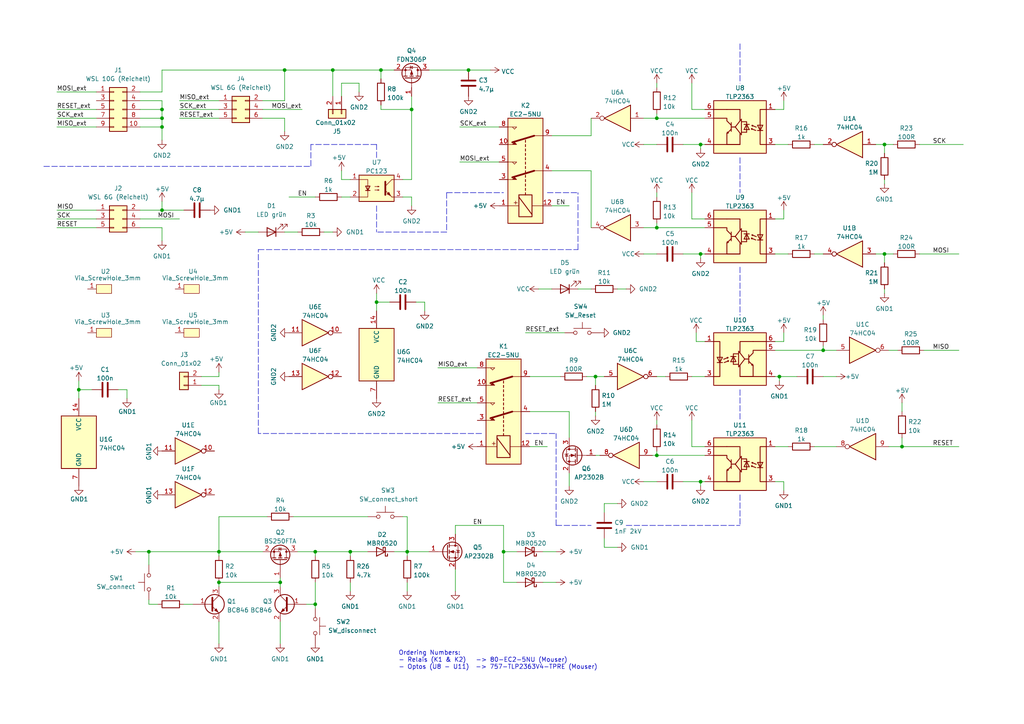
<source format=kicad_sch>
(kicad_sch (version 20211123) (generator eeschema)
  (paper "A4")
  (junction (at 82.55 20.32))
  (junction (at 238.76 101.6))
  (junction (at 146.05 160.02))
  (junction (at 46.99 60.96))
  (junction (at 46.99 36.83))
  (junction (at 190.5 66.04))
  (junction (at 256.54 41.91))
  (junction (at 91.44 175.26))
  (junction (at 81.28 168.91))
  (junction (at 261.62 129.54))
  (junction (at 118.11 160.02))
  (junction (at 203.2 41.91))
  (junction (at 119.38 31.75))
  (junction (at 135.89 20.32))
  (junction (at 190.5 34.29))
  (junction (at 91.44 160.02))
  (junction (at 96.52 20.32))
  (junction (at 43.18 160.02))
  (junction (at 109.22 87.63))
  (junction (at 63.5 160.02))
  (junction (at 63.5 168.91))
  (junction (at 256.54 73.66))
  (junction (at 22.86 113.03))
  (junction (at 110.49 20.32))
  (junction (at 46.99 34.29))
  (junction (at 46.99 31.75))
  (junction (at 101.6 160.02))
  (junction (at 203.2 73.66))
  (junction (at 226.06 109.22))
  (junction (at 172.72 109.22))
  (junction (at 190.5 132.08))
  (junction (at 203.2 139.7))
  (polyline (pts (xy 152.4 125.73) (xy 161.29 125.73)))
  (wire (pts (xy 116.84 149.86) (xy 118.11 149.86)))
  (wire (pts (xy 261.62 129.54) (xy 257.81 129.54)))
  (wire (pts (xy 172.72 109.22) (xy 172.72 111.76)))
  (wire (pts (xy 110.49 20.32) (xy 110.49 22.86)))
  (wire (pts (xy 40.64 60.96) (xy 46.99 60.96)))
  (wire (pts (xy 256.54 73.66) (xy 256.54 76.2)))
  (wire (pts (xy 146.05 168.91) (xy 149.86 168.91)))
  (wire (pts (xy 110.49 30.48) (xy 110.49 31.75)))
  (polyline (pts (xy 214.63 143.51) (xy 214.63 152.4)))
  (wire (pts (xy 224.79 31.75) (xy 227.33 31.75)))
  (wire (pts (xy 16.51 31.75) (xy 27.94 31.75)))
  (wire (pts (xy 93.98 67.31) (xy 96.52 67.31)))
  (wire (pts (xy 91.44 168.91) (xy 91.44 175.26)))
  (wire (pts (xy 116.84 57.15) (xy 119.38 57.15)))
  (wire (pts (xy 190.5 64.77) (xy 190.5 66.04)))
  (wire (pts (xy 238.76 100.33) (xy 238.76 101.6)))
  (wire (pts (xy 109.22 87.63) (xy 113.03 87.63)))
  (wire (pts (xy 85.09 149.86) (xy 106.68 149.86)))
  (wire (pts (xy 227.33 139.7) (xy 227.33 142.24)))
  (wire (pts (xy 203.2 73.66) (xy 203.2 74.93)))
  (wire (pts (xy 114.3 20.32) (xy 110.49 20.32)))
  (wire (pts (xy 226.06 109.22) (xy 226.06 110.49)))
  (wire (pts (xy 186.69 41.91) (xy 190.5 41.91)))
  (wire (pts (xy 16.51 60.96) (xy 27.94 60.96)))
  (wire (pts (xy 63.5 109.22) (xy 63.5 107.95)))
  (wire (pts (xy 63.5 168.91) (xy 63.5 170.18)))
  (wire (pts (xy 200.66 55.88) (xy 200.66 63.5)))
  (wire (pts (xy 82.55 34.29) (xy 82.55 38.1)))
  (wire (pts (xy 81.28 180.34) (xy 81.28 186.69)))
  (wire (pts (xy 257.81 101.6) (xy 260.35 101.6)))
  (wire (pts (xy 200.66 63.5) (xy 204.47 63.5)))
  (wire (pts (xy 190.5 33.02) (xy 190.5 34.29)))
  (polyline (pts (xy 161.29 152.4) (xy 171.45 152.4)))
  (wire (pts (xy 198.12 73.66) (xy 203.2 73.66)))
  (polyline (pts (xy 214.63 77.47) (xy 214.63 91.44)))
  (wire (pts (xy 124.46 20.32) (xy 135.89 20.32)))
  (wire (pts (xy 86.36 160.02) (xy 91.44 160.02)))
  (wire (pts (xy 179.07 158.75) (xy 175.26 158.75)))
  (wire (pts (xy 146.05 160.02) (xy 146.05 168.91)))
  (wire (pts (xy 190.5 109.22) (xy 193.04 109.22)))
  (wire (pts (xy 104.14 26.67) (xy 104.14 24.13)))
  (wire (pts (xy 118.11 168.91) (xy 118.11 171.45)))
  (polyline (pts (xy 12.7 48.26) (xy 90.17 48.26)))
  (wire (pts (xy 101.6 160.02) (xy 106.68 160.02)))
  (wire (pts (xy 238.76 91.44) (xy 238.76 92.71)))
  (wire (pts (xy 119.38 31.75) (xy 119.38 52.07)))
  (wire (pts (xy 81.28 168.91) (xy 81.28 170.18)))
  (wire (pts (xy 190.5 130.81) (xy 190.5 132.08)))
  (wire (pts (xy 82.55 20.32) (xy 96.52 20.32)))
  (wire (pts (xy 224.79 63.5) (xy 227.33 63.5)))
  (wire (pts (xy 156.21 83.82) (xy 160.02 83.82)))
  (wire (pts (xy 39.37 160.02) (xy 43.18 160.02)))
  (wire (pts (xy 91.44 175.26) (xy 88.9 175.26)))
  (wire (pts (xy 119.38 31.75) (xy 119.38 27.94)))
  (wire (pts (xy 46.99 31.75) (xy 46.99 34.29)))
  (wire (pts (xy 99.06 24.13) (xy 99.06 27.94)))
  (wire (pts (xy 242.57 101.6) (xy 238.76 101.6)))
  (polyline (pts (xy 139.7 125.73) (xy 74.93 125.73)))
  (wire (pts (xy 200.66 24.13) (xy 200.66 31.75)))
  (wire (pts (xy 186.69 66.04) (xy 190.5 66.04)))
  (wire (pts (xy 52.07 31.75) (xy 63.5 31.75)))
  (wire (pts (xy 76.2 31.75) (xy 87.63 31.75)))
  (wire (pts (xy 256.54 73.66) (xy 254 73.66)))
  (wire (pts (xy 228.6 41.91) (xy 224.79 41.91)))
  (wire (pts (xy 227.33 99.06) (xy 227.33 96.52)))
  (polyline (pts (xy 109.22 45.72) (xy 109.22 41.91)))
  (wire (pts (xy 198.12 41.91) (xy 203.2 41.91)))
  (wire (pts (xy 172.72 132.08) (xy 173.99 132.08)))
  (wire (pts (xy 16.51 34.29) (xy 27.94 34.29)))
  (wire (pts (xy 259.08 73.66) (xy 256.54 73.66)))
  (wire (pts (xy 228.6 73.66) (xy 224.79 73.66)))
  (wire (pts (xy 119.38 52.07) (xy 116.84 52.07)))
  (wire (pts (xy 22.86 113.03) (xy 26.67 113.03)))
  (wire (pts (xy 71.12 67.31) (xy 74.93 67.31)))
  (polyline (pts (xy 74.93 125.73) (xy 74.93 72.39)))
  (wire (pts (xy 76.2 29.21) (xy 82.55 29.21)))
  (wire (pts (xy 238.76 73.66) (xy 236.22 73.66)))
  (polyline (pts (xy 214.63 45.72) (xy 214.63 55.88)))
  (wire (pts (xy 261.62 129.54) (xy 278.13 129.54)))
  (wire (pts (xy 160.02 49.53) (xy 171.45 49.53)))
  (wire (pts (xy 133.35 36.83) (xy 144.78 36.83)))
  (polyline (pts (xy 158.75 55.88) (xy 167.64 55.88)))
  (wire (pts (xy 119.38 57.15) (xy 119.38 59.69)))
  (wire (pts (xy 256.54 52.07) (xy 256.54 53.34)))
  (polyline (pts (xy 109.22 59.69) (xy 109.22 67.31)))
  (polyline (pts (xy 129.54 55.88) (xy 146.05 55.88)))
  (wire (pts (xy 170.18 109.22) (xy 172.72 109.22)))
  (wire (pts (xy 224.79 139.7) (xy 227.33 139.7)))
  (wire (pts (xy 267.97 101.6) (xy 278.13 101.6)))
  (wire (pts (xy 118.11 149.86) (xy 118.11 160.02)))
  (wire (pts (xy 109.22 85.09) (xy 109.22 87.63)))
  (wire (pts (xy 16.51 63.5) (xy 27.94 63.5)))
  (wire (pts (xy 40.64 34.29) (xy 46.99 34.29)))
  (polyline (pts (xy 109.22 41.91) (xy 90.17 41.91)))
  (wire (pts (xy 58.42 109.22) (xy 63.5 109.22)))
  (wire (pts (xy 152.4 96.52) (xy 163.83 96.52)))
  (wire (pts (xy 153.67 119.38) (xy 165.1 119.38)))
  (wire (pts (xy 63.5 168.91) (xy 81.28 168.91)))
  (wire (pts (xy 132.08 165.1) (xy 132.08 171.45)))
  (wire (pts (xy 200.66 121.92) (xy 200.66 129.54)))
  (wire (pts (xy 261.62 127) (xy 261.62 129.54)))
  (wire (pts (xy 266.7 73.66) (xy 278.13 73.66)))
  (wire (pts (xy 132.08 152.4) (xy 146.05 152.4)))
  (wire (pts (xy 186.69 73.66) (xy 190.5 73.66)))
  (wire (pts (xy 167.64 83.82) (xy 171.45 83.82)))
  (wire (pts (xy 46.99 34.29) (xy 46.99 36.83)))
  (wire (pts (xy 160.02 59.69) (xy 165.1 59.69)))
  (wire (pts (xy 63.5 149.86) (xy 77.47 149.86)))
  (wire (pts (xy 261.62 116.84) (xy 261.62 119.38)))
  (wire (pts (xy 256.54 41.91) (xy 256.54 44.45)))
  (wire (pts (xy 200.66 129.54) (xy 204.47 129.54)))
  (wire (pts (xy 46.99 60.96) (xy 53.34 60.96)))
  (wire (pts (xy 118.11 160.02) (xy 118.11 161.29)))
  (wire (pts (xy 40.64 36.83) (xy 46.99 36.83)))
  (wire (pts (xy 227.33 63.5) (xy 227.33 60.96)))
  (wire (pts (xy 228.6 129.54) (xy 224.79 129.54)))
  (wire (pts (xy 259.08 41.91) (xy 256.54 41.91)))
  (wire (pts (xy 43.18 175.26) (xy 45.72 175.26)))
  (wire (pts (xy 172.72 119.38) (xy 172.72 120.65)))
  (wire (pts (xy 165.1 119.38) (xy 165.1 127)))
  (wire (pts (xy 227.33 31.75) (xy 227.33 29.21)))
  (wire (pts (xy 190.5 132.08) (xy 204.47 132.08)))
  (wire (pts (xy 157.48 160.02) (xy 161.29 160.02)))
  (wire (pts (xy 82.55 20.32) (xy 82.55 29.21)))
  (wire (pts (xy 40.64 26.67) (xy 46.99 26.67)))
  (wire (pts (xy 201.93 99.06) (xy 204.47 99.06)))
  (wire (pts (xy 256.54 41.91) (xy 254 41.91)))
  (wire (pts (xy 91.44 160.02) (xy 91.44 161.29)))
  (wire (pts (xy 46.99 60.96) (xy 46.99 58.42)))
  (wire (pts (xy 203.2 139.7) (xy 203.2 140.97)))
  (wire (pts (xy 96.52 20.32) (xy 96.52 27.94)))
  (wire (pts (xy 224.79 99.06) (xy 227.33 99.06)))
  (wire (pts (xy 226.06 109.22) (xy 224.79 109.22)))
  (wire (pts (xy 203.2 41.91) (xy 204.47 41.91)))
  (wire (pts (xy 96.52 20.32) (xy 110.49 20.32)))
  (wire (pts (xy 172.72 109.22) (xy 175.26 109.22)))
  (wire (pts (xy 203.2 73.66) (xy 204.47 73.66)))
  (wire (pts (xy 91.44 160.02) (xy 101.6 160.02)))
  (wire (pts (xy 189.23 132.08) (xy 190.5 132.08)))
  (wire (pts (xy 52.07 34.29) (xy 63.5 34.29)))
  (wire (pts (xy 40.64 63.5) (xy 52.07 63.5)))
  (wire (pts (xy 190.5 34.29) (xy 204.47 34.29)))
  (wire (pts (xy 238.76 101.6) (xy 224.79 101.6)))
  (wire (pts (xy 190.5 121.92) (xy 190.5 123.19)))
  (wire (pts (xy 82.55 20.32) (xy 46.99 20.32)))
  (wire (pts (xy 34.29 113.03) (xy 36.83 113.03)))
  (polyline (pts (xy 214.63 12.7) (xy 214.63 24.13)))
  (wire (pts (xy 146.05 160.02) (xy 149.86 160.02)))
  (wire (pts (xy 104.14 24.13) (xy 99.06 24.13)))
  (wire (pts (xy 99.06 52.07) (xy 99.06 49.53)))
  (wire (pts (xy 114.3 160.02) (xy 118.11 160.02)))
  (wire (pts (xy 91.44 176.53) (xy 91.44 175.26)))
  (wire (pts (xy 43.18 160.02) (xy 43.18 163.83)))
  (wire (pts (xy 190.5 55.88) (xy 190.5 57.15)))
  (wire (pts (xy 171.45 66.04) (xy 171.45 49.53)))
  (wire (pts (xy 153.67 129.54) (xy 158.75 129.54)))
  (wire (pts (xy 63.5 180.34) (xy 63.5 186.69)))
  (wire (pts (xy 236.22 129.54) (xy 242.57 129.54)))
  (wire (pts (xy 46.99 66.04) (xy 46.99 69.85)))
  (wire (pts (xy 175.26 146.05) (xy 175.26 148.59)))
  (wire (pts (xy 22.86 113.03) (xy 22.86 115.57)))
  (wire (pts (xy 266.7 41.91) (xy 279.4 41.91)))
  (wire (pts (xy 198.12 139.7) (xy 203.2 139.7)))
  (polyline (pts (xy 167.64 72.39) (xy 167.64 55.88)))
  (wire (pts (xy 146.05 152.4) (xy 146.05 160.02)))
  (polyline (pts (xy 129.54 67.31) (xy 109.22 67.31)))
  (wire (pts (xy 135.89 20.32) (xy 142.24 20.32)))
  (wire (pts (xy 46.99 29.21) (xy 46.99 31.75)))
  (wire (pts (xy 82.55 67.31) (xy 86.36 67.31)))
  (polyline (pts (xy 214.63 113.03) (xy 214.63 121.92)))
  (wire (pts (xy 186.69 34.29) (xy 190.5 34.29)))
  (wire (pts (xy 109.22 87.63) (xy 109.22 90.17)))
  (wire (pts (xy 242.57 109.22) (xy 238.76 109.22)))
  (wire (pts (xy 118.11 160.02) (xy 124.46 160.02)))
  (wire (pts (xy 40.64 31.75) (xy 46.99 31.75)))
  (polyline (pts (xy 90.17 41.91) (xy 90.17 48.26)))
  (wire (pts (xy 190.5 66.04) (xy 204.47 66.04)))
  (wire (pts (xy 203.2 139.7) (xy 204.47 139.7)))
  (wire (pts (xy 99.06 57.15) (xy 101.6 57.15)))
  (wire (pts (xy 101.6 168.91) (xy 101.6 171.45)))
  (wire (pts (xy 186.69 139.7) (xy 190.5 139.7)))
  (wire (pts (xy 16.51 66.04) (xy 27.94 66.04)))
  (wire (pts (xy 63.5 160.02) (xy 63.5 149.86)))
  (wire (pts (xy 123.19 87.63) (xy 123.19 90.17)))
  (wire (pts (xy 22.86 110.49) (xy 22.86 113.03)))
  (wire (pts (xy 201.93 96.52) (xy 201.93 99.06)))
  (wire (pts (xy 58.42 111.76) (xy 63.5 111.76)))
  (wire (pts (xy 179.07 83.82) (xy 181.61 83.82)))
  (polyline (pts (xy 74.93 72.39) (xy 167.64 72.39)))
  (polyline (pts (xy 161.29 152.4) (xy 161.29 125.73)))
  (wire (pts (xy 127 106.68) (xy 138.43 106.68)))
  (wire (pts (xy 43.18 160.02) (xy 63.5 160.02)))
  (wire (pts (xy 110.49 31.75) (xy 119.38 31.75)))
  (polyline (pts (xy 181.61 152.4) (xy 214.63 152.4)))
  (wire (pts (xy 53.34 175.26) (xy 55.88 175.26)))
  (wire (pts (xy 200.66 31.75) (xy 204.47 31.75)))
  (wire (pts (xy 40.64 66.04) (xy 46.99 66.04)))
  (wire (pts (xy 52.07 29.21) (xy 63.5 29.21)))
  (wire (pts (xy 200.66 109.22) (xy 204.47 109.22)))
  (wire (pts (xy 165.1 137.16) (xy 165.1 140.97)))
  (wire (pts (xy 203.2 41.91) (xy 203.2 43.18)))
  (wire (pts (xy 46.99 20.32) (xy 46.99 26.67)))
  (wire (pts (xy 127 116.84) (xy 138.43 116.84)))
  (wire (pts (xy 63.5 161.29) (xy 63.5 160.02)))
  (wire (pts (xy 133.35 46.99) (xy 144.78 46.99)))
  (wire (pts (xy 153.67 109.22) (xy 162.56 109.22)))
  (wire (pts (xy 76.2 34.29) (xy 82.55 34.29)))
  (wire (pts (xy 175.26 158.75) (xy 175.26 156.21)))
  (wire (pts (xy 16.51 36.83) (xy 27.94 36.83)))
  (wire (pts (xy 101.6 160.02) (xy 101.6 161.29)))
  (wire (pts (xy 256.54 83.82) (xy 256.54 85.09)))
  (wire (pts (xy 190.5 24.13) (xy 190.5 25.4)))
  (wire (pts (xy 160.02 39.37) (xy 171.45 39.37)))
  (wire (pts (xy 238.76 41.91) (xy 236.22 41.91)))
  (wire (pts (xy 36.83 113.03) (xy 36.83 115.57)))
  (wire (pts (xy 179.07 146.05) (xy 175.26 146.05)))
  (wire (pts (xy 132.08 152.4) (xy 132.08 154.94)))
  (wire (pts (xy 63.5 111.76) (xy 63.5 113.03)))
  (wire (pts (xy 231.14 109.22) (xy 226.06 109.22)))
  (wire (pts (xy 171.45 34.29) (xy 171.45 39.37)))
  (wire (pts (xy 46.99 36.83) (xy 46.99 40.64)))
  (wire (pts (xy 81.28 167.64) (xy 81.28 168.91)))
  (polyline (pts (xy 129.54 55.88) (xy 129.54 67.31)))
  (wire (pts (xy 16.51 26.67) (xy 27.94 26.67)))
  (wire (pts (xy 101.6 52.07) (xy 99.06 52.07)))
  (wire (pts (xy 120.65 87.63) (xy 123.19 87.63)))
  (wire (pts (xy 63.5 160.02) (xy 76.2 160.02)))
  (wire (pts (xy 43.18 173.99) (xy 43.18 175.26)))
  (wire (pts (xy 157.48 168.91) (xy 161.29 168.91)))
  (wire (pts (xy 83.82 57.15) (xy 91.44 57.15)))
  (wire (pts (xy 40.64 29.21) (xy 46.99 29.21)))
  (text "Ordering Numbers:\n- Relais (K1 & K2)   -> 80-EC2-5NU (Mouser)\n- Optos (U8 - U11)  -> 757-TLP2363V4-TPRE (Mouser)" (at 115.57 194.31 0) (effects (font (size 1.27 1.27)) (justify left bottom)))
  (label "MISO" (at 16.51 60.96 0))
  (label "MISO_ext" (at 127 106.68 0))
  (label "EN" (at 137.16 152.4 0))
  (label "MOSI" (at 270.51 73.66 0))
  (label "MOSI_ext" (at 78.74 31.75 0))
  (label "EN" (at 86.36 57.15 0))
  (label "SCK_ext" (at 133.35 36.83 0))
  (label "SCK_ext" (at 16.51 34.29 0))
  (label "SCK" (at 16.51 63.5 0))
  (label "MISO_ext" (at 52.07 29.21 0))
  (label "EN" (at 161.29 59.69 0))
  (label "SCK_ext" (at 52.07 31.75 0))
  (label "RESET" (at 270.51 129.54 0))
  (label "RESET_ext" (at 16.51 31.75 0))
  (label "RESET_ext" (at 127 116.84 0))
  (label "RESET_ext" (at 52.07 34.29 0))
  (label "MOSI_ext" (at 133.35 46.99 0))
  (label "SCK" (at 270.51 41.91 0))
  (label "MOSI_ext" (at 16.51 26.67 0))
  (label "MOSI" (at 45.72 63.5 0))
  (label "EN" (at 154.94 129.54 0))
  (label "RESET_ext" (at 152.4 96.52 0))
  (label "MISO" (at 270.51 101.6 0))
  (label "RESET" (at 16.51 66.04 0))
  (label "MISO_ext" (at 16.51 36.83 0))
  (symbol (lib_id "74xx:74HC04") (at 179.07 66.04 180) (unit 2)
    (property "Reference" "U6" (at 179.07 58.5302 0))
    (property "Value" "74HC04" (at 179.07 61.0671 0))
    (property "Footprint" "Package_SO:SO-14_3.9x8.65mm_P1.27mm" (effects hide))
    (property "Datasheet" "https://assets.nexperia.com/documents/data-sheet/74HC_HCT04.pdf" (effects hide))
  )
  (symbol (lib_id "74xx:74HC04") (at 181.61 132.08 180) (unit 4)
    (property "Reference" "U6" (at 181.61 124.5702 0))
    (property "Value" "74HC04" (at 181.61 127.1071 0))
    (property "Footprint" "Package_SO:SO-14_3.9x8.65mm_P1.27mm" (effects hide))
    (property "Datasheet" "https://assets.nexperia.com/documents/data-sheet/74HC_HCT04.pdf" (effects hide))
  )
  (symbol (lib_id "power:GND1") (at 46.99 69.85 0) (unit 1)
    (property "Reference" "#PWR07" (effects hide))
    (property "Value" "GND1" (at 46.99 74.2934 0))
  )
  (symbol (lib_id "power:GND1") (at 46.99 130.81 270) (unit 1)
    (property "Reference" "#PWR08" (effects hide))
    (property "Value" "GND1" (at 43.18 128.27 0) (effects (justify left)))
  )
  (symbol (lib_id "power:GND2") (at 203.2 43.18 0) (unit 1)
    (property "Reference" "#PWR049" (effects hide))
    (property "Value" "GND2" (at 203.2 47.6234 0))
  )
  (symbol (lib_id "power:GND2") (at 173.99 96.52 90) (unit 1)
    (property "Reference" "#PWR037" (effects hide))
    (property "Value" "GND2" (at 180.34 96.52 90))
  )
  (symbol (lib_id "power:GND1") (at 256.54 53.34 0) (unit 1)
    (property "Reference" "#PWR059" (effects hide))
    (property "Value" "GND1" (at 256.54 57.7834 0))
  )
  (symbol (lib_id "74xx:74HC04") (at 54.61 143.51 0) (unit 6)
    (property "Reference" "U1" (at 54.61 136.0002 0))
    (property "Value" "74HC04" (at 54.61 138.5371 0))
    (property "Footprint" "Package_SO:SO-14_3.9x8.65mm_P1.27mm" (effects hide))
    (property "Datasheet" "https://assets.nexperia.com/documents/data-sheet/74HC_HCT04.pdf" (effects hide))
  )
  (symbol (lib_id "_symbols:Via_ScrewHole_3mm") (at 30.48 83.82 0) (unit 1)
    (property "Reference" "U2" (at 29.21 78.74 0) (effects (justify left)))
    (property "Value" "Via_ScrewHole_3mm" (at 21.59 80.645 0) (effects (justify left)))
    (property "Footprint" "_footprints:Via_ScrewHole_3mm" (effects hide))
  )
  (symbol (lib_id "74xx:74HC04") (at 179.07 34.29 180) (unit 1)
    (property "Reference" "U6" (at 179.07 26.7802 0))
    (property "Value" "74HC04" (at 179.07 29.3171 0))
    (property "Footprint" "Package_SO:SO-14_3.9x8.65mm_P1.27mm" (effects hide))
    (property "Datasheet" "https://assets.nexperia.com/documents/data-sheet/74HC_HCT04.pdf" (effects hide))
  )
  (symbol (lib_id "Device:C") (at 57.15 60.96 90) (unit 1)
    (property "Reference" "C8" (at 57.15 55.1012 90))
    (property "Value" "4.7µ" (at 57.15 57.6381 90))
    (property "Footprint" "Capacitor_SMD:C_1210_3225Metric_Pad1.33x2.70mm_HandSolder" (effects hide))
  )
  (symbol (lib_id "74xx:74HC04") (at 22.86 128.27 0) (unit 7)
    (property "Reference" "U1" (at 28.702 127.4353 0) (effects (justify left)))
    (property "Value" "74HC04" (at 28.702 129.9722 0) (effects (justify left)))
    (property "Footprint" "Package_SO:SO-14_3.9x8.65mm_P1.27mm" (effects hide))
    (property "Datasheet" "https://assets.nexperia.com/documents/data-sheet/74HC_HCT04.pdf" (effects hide))
  )
  (symbol (lib_id "power:GND2") (at 104.14 26.67 0) (unit 1)
    (property "Reference" "#PWR021" (effects hide))
    (property "Value" "GND2" (at 104.14 31.1134 0))
  )
  (symbol (lib_id "Switch:SW_Push") (at 43.18 168.91 90) (mirror x) (unit 1)
    (property "Reference" "SW1" (at 31.75 167.64 90) (effects (justify right)))
    (property "Value" "SW_connect" (at 27.94 170.18 90) (effects (justify right)))
    (property "Footprint" "Button_Switch_SMD:SW_Push_1P1T_NO_6x6mm_H9.5mm" (effects hide))
  )
  (symbol (lib_id "Device:R") (at 264.16 101.6 270) (unit 1)
    (property "Reference" "R25" (at 264.16 96.8842 90))
    (property "Value" "100R" (at 264.16 99.4211 90))
    (property "Footprint" "Resistor_SMD:R_0805_2012Metric_Pad1.20x1.40mm_HandSolder" (effects hide))
  )
  (symbol (lib_name "TLP2363_1") (lib_id "_symbols:TLP2363") (at 214.63 104.14 0) (unit 1)
    (property "Reference" "U10" (at 214.63 92.8202 0))
    (property "Value" "TLP2363" (at 214.63 95.3571 0))
    (property "Footprint" "Package_SO:SO-5_4.4x3.6mm_P1.27mm" (effects hide))
  )
  (symbol (lib_id "power:VCC") (at 201.93 96.52 0) (unit 1)
    (property "Reference" "#PWR048" (effects hide))
    (property "Value" "VCC" (at 201.93 92.9442 0))
  )
  (symbol (lib_id "power:+5V") (at 138.43 129.54 90) (unit 1)
    (property "Reference" "#PWR029" (effects hide))
    (property "Value" "+5V" (at 130.81 129.54 90) (effects (justify right)))
  )
  (symbol (lib_id "power:GND1") (at 132.08 171.45 0) (unit 1)
    (property "Reference" "#PWR026" (effects hide))
    (property "Value" "GND1" (at 132.08 175.8934 0))
  )
  (symbol (lib_id "power:GND2") (at 203.2 140.97 0) (unit 1)
    (property "Reference" "#PWR051" (effects hide))
    (property "Value" "GND2" (at 203.2 145.4134 0))
  )
  (symbol (lib_id "Device:Q_PMOS_GSD") (at 119.38 22.86 270) (mirror x) (unit 1)
    (property "Reference" "Q4" (at 119.38 14.7152 90))
    (property "Value" "FDN306P" (at 119.38 17.2521 90))
    (property "Footprint" "Package_TO_SOT_SMD:SOT-23" (effects hide))
  )
  (symbol (lib_id "power:VCC") (at 186.69 139.7 90) (unit 1)
    (property "Reference" "#PWR041" (effects hide))
    (property "Value" "VCC" (at 180.34 139.7 90) (effects (justify right)))
  )
  (symbol (lib_id "power:+5V") (at 242.57 109.22 270) (unit 1)
    (property "Reference" "#PWR0102" (effects hide))
    (property "Value" "+5V" (at 245.11 109.22 90) (effects (justify left)))
  )
  (symbol (lib_name "TLP2363_2") (lib_id "_symbols:TLP2363") (at 214.63 134.62 0) (mirror y) (unit 1)
    (property "Reference" "U11" (at 214.63 123.3002 0))
    (property "Value" "TLP2363" (at 214.63 125.8371 0))
    (property "Footprint" "Package_SO:SO-5_4.4x3.6mm_P1.27mm" (effects hide))
  )
  (symbol (lib_id "Device:R") (at 190.5 29.21 180) (unit 1)
    (property "Reference" "R12" (at 192.278 28.3753 0) (effects (justify right)))
    (property "Value" "10k" (at 192.278 30.9122 0) (effects (justify right)))
    (property "Footprint" "Resistor_SMD:R_0805_2012Metric_Pad1.20x1.40mm_HandSolder" (effects hide))
  )
  (symbol (lib_id "Device:R") (at 172.72 115.57 180) (unit 1)
    (property "Reference" "R10" (at 174.498 114.7353 0) (effects (justify right)))
    (property "Value" "1M" (at 174.498 117.2722 0) (effects (justify right)))
    (property "Footprint" "Resistor_SMD:R_0805_2012Metric_Pad1.20x1.40mm_HandSolder" (effects hide))
  )
  (symbol (lib_id "Device:R") (at 49.53 175.26 270) (unit 1)
    (property "Reference" "R1" (at 49.53 170.5442 90))
    (property "Value" "10k" (at 49.53 173.0811 90))
    (property "Footprint" "Resistor_SMD:R_0805_2012Metric_Pad1.20x1.40mm_HandSolder" (effects hide))
  )
  (symbol (lib_id "Switch:SW_Push") (at 111.76 149.86 0) (mirror y) (unit 1)
    (property "Reference" "SW3" (at 110.49 142.24 0) (effects (justify right)))
    (property "Value" "SW_connect_short" (at 104.14 144.78 0) (effects (justify right)))
    (property "Footprint" "Button_Switch_SMD:SW_Push_1P1T_NO_6x6mm_H9.5mm" (effects hide))
  )
  (symbol (lib_id "Connector_Generic:Conn_02x03_Odd_Even") (at 68.58 31.75 0) (unit 1)
    (property "Reference" "J4" (at 69.85 22.86 0))
    (property "Value" "WSL 6G (Reichelt)" (at 69.85 25.4 0))
    (property "Footprint" "Connector_IDC:IDC-Header_2x03_P2.54mm_Vertical" (effects hide))
  )
  (symbol (lib_id "power:GND2") (at 109.22 115.57 0) (unit 1)
    (property "Reference" "#PWR024" (effects hide))
    (property "Value" "GND2" (at 109.22 120.0134 0))
  )
  (symbol (lib_id "power:+5V") (at 261.62 116.84 0) (unit 1)
    (property "Reference" "#PWR061" (effects hide))
    (property "Value" "+5V" (at 261.62 113.2642 0))
  )
  (symbol (lib_id "power:+5V") (at 227.33 29.21 0) (unit 1)
    (property "Reference" "#PWR053" (effects hide))
    (property "Value" "+5V" (at 227.33 25.6342 0))
  )
  (symbol (lib_id "74xx:74HC04") (at 91.44 109.22 0) (unit 6)
    (property "Reference" "U6" (at 91.44 101.7102 0))
    (property "Value" "74HC04" (at 91.44 104.2471 0))
    (property "Footprint" "Package_SO:SO-14_3.9x8.65mm_P1.27mm" (effects hide))
    (property "Datasheet" "https://assets.nexperia.com/documents/data-sheet/74HC_HCT04.pdf" (effects hide))
  )
  (symbol (lib_id "power:GND1") (at 179.07 158.75 90) (unit 1)
    (property "Reference" "#PWR062" (effects hide))
    (property "Value" "GND1" (at 182.88 158.75 90) (effects (justify right)))
  )
  (symbol (lib_id "power:GND1") (at 22.86 140.97 0) (unit 1)
    (property "Reference" "#PWR02" (effects hide))
    (property "Value" "GND1" (at 20.32 144.78 0) (effects (justify left)))
  )
  (symbol (lib_id "power:GND1") (at 91.44 186.69 0) (unit 1)
    (property "Reference" "#PWR019" (effects hide))
    (property "Value" "GND1" (at 91.44 191.1334 0))
  )
  (symbol (lib_id "_symbols:Via_ScrewHole_3mm") (at 55.88 96.52 0) (unit 1)
    (property "Reference" "U5" (at 54.61 91.44 0) (effects (justify left)))
    (property "Value" "Via_ScrewHole_3mm" (at 46.99 93.345 0) (effects (justify left)))
    (property "Footprint" "_footprints:Via_ScrewHole_3mm" (effects hide))
  )
  (symbol (lib_id "74xx:74HC04") (at 250.19 129.54 180) (unit 4)
    (property "Reference" "U1" (at 250.19 122.0302 0))
    (property "Value" "74HC04" (at 250.19 124.5671 0))
    (property "Footprint" "Package_SO:SO-14_3.9x8.65mm_P1.27mm" (effects hide))
    (property "Datasheet" "https://assets.nexperia.com/documents/data-sheet/74HC_HCT04.pdf" (effects hide))
  )
  (symbol (lib_id "power:VCC") (at 142.24 20.32 270) (unit 1)
    (property "Reference" "#PWR030" (effects hide))
    (property "Value" "VCC" (at 145.415 20.7538 90) (effects (justify left)))
  )
  (symbol (lib_id "power:+5V") (at 22.86 110.49 0) (unit 1)
    (property "Reference" "#PWR01" (effects hide))
    (property "Value" "+5V" (at 24.13 106.68 0) (effects (justify right)))
  )
  (symbol (lib_id "Connector_Generic:Conn_02x03_Odd_Even") (at 33.02 63.5 0) (unit 1)
    (property "Reference" "J2" (at 34.29 54.61 0))
    (property "Value" "WSL 6G (Reichelt)" (at 34.29 57.15 0))
    (property "Footprint" "Connector_IDC:IDC-Header_2x03_P2.54mm_Vertical" (effects hide))
  )
  (symbol (lib_id "Device:R") (at 63.5 165.1 180) (unit 1)
    (property "Reference" "R2" (at 65.278 164.2653 0) (effects (justify right)))
    (property "Value" "10k" (at 65.278 166.8022 0) (effects (justify right)))
    (property "Footprint" "Resistor_SMD:R_0805_2012Metric_Pad1.20x1.40mm_HandSolder" (effects hide))
  )
  (symbol (lib_id "Device:R") (at 175.26 83.82 270) (unit 1)
    (property "Reference" "R11" (at 175.26 79.1042 90))
    (property "Value" "10k" (at 175.26 81.6411 90))
    (property "Footprint" "Resistor_SMD:R_0805_2012Metric_Pad1.20x1.40mm_HandSolder" (effects hide))
  )
  (symbol (lib_id "power:+5V") (at 144.78 59.69 90) (unit 1)
    (property "Reference" "#PWR031" (effects hide))
    (property "Value" "+5V" (at 137.16 59.69 90) (effects (justify right)))
  )
  (symbol (lib_id "74xx:74HC04") (at 91.44 96.52 0) (unit 5)
    (property "Reference" "U6" (at 91.44 89.0102 0))
    (property "Value" "74HC04" (at 91.44 91.5471 0))
    (property "Footprint" "Package_SO:SO-14_3.9x8.65mm_P1.27mm" (effects hide))
    (property "Datasheet" "https://assets.nexperia.com/documents/data-sheet/74HC_HCT04.pdf" (effects hide))
  )
  (symbol (lib_id "Device:R") (at 232.41 129.54 90) (mirror x) (unit 1)
    (property "Reference" "R18" (at 232.41 124.8242 90))
    (property "Value" "1k" (at 232.41 127.3611 90))
    (property "Footprint" "Resistor_SMD:R_0805_2012Metric_Pad1.20x1.40mm_HandSolder" (effects hide))
  )
  (symbol (lib_id "Transistor_BJT:BC846") (at 83.82 175.26 0) (mirror y) (unit 1)
    (property "Reference" "Q3" (at 78.9686 174.4253 0) (effects (justify left)))
    (property "Value" "BC846" (at 78.9686 176.9622 0) (effects (justify left)))
    (property "Footprint" "Package_TO_SOT_SMD:SOT-23" (effects hide))
    (property "Datasheet" "https://assets.nexperia.com/documents/data-sheet/BC846_SER.pdf" (effects hide))
  )
  (symbol (lib_id "Device:R") (at 90.17 67.31 270) (unit 1)
    (property "Reference" "R3" (at 90.17 62.5942 90))
    (property "Value" "10k" (at 90.17 65.1311 90))
    (property "Footprint" "Resistor_SMD:R_0805_2012Metric_Pad1.20x1.40mm_HandSolder" (effects hide))
  )
  (symbol (lib_id "Device:R") (at 262.89 41.91 90) (mirror x) (unit 1)
    (property "Reference" "R23" (at 262.89 37.1942 90))
    (property "Value" "100R" (at 262.89 39.7311 90))
    (property "Footprint" "Resistor_SMD:R_0805_2012Metric_Pad1.20x1.40mm_HandSolder" (effects hide))
  )
  (symbol (lib_id "Switch:SW_Push") (at 168.91 96.52 0) (mirror y) (unit 1)
    (property "Reference" "SW4" (at 166.37 88.9 0) (effects (justify right)))
    (property "Value" "SW_Reset" (at 163.83 91.44 0) (effects (justify right)))
    (property "Footprint" "Button_Switch_SMD:SW_Push_1P1T_NO_6x6mm_H9.5mm" (effects hide))
  )
  (symbol (lib_id "power:VCC") (at 109.22 85.09 0) (unit 1)
    (property "Reference" "#PWR023" (effects hide))
    (property "Value" "VCC" (at 107.95 81.28 0) (effects (justify left)))
  )
  (symbol (lib_id "Device:R") (at 256.54 48.26 0) (mirror x) (unit 1)
    (property "Reference" "R20" (at 254.762 47.4253 0) (effects (justify right)))
    (property "Value" "1M" (at 254.762 49.9622 0) (effects (justify right)))
    (property "Footprint" "Resistor_SMD:R_0805_2012Metric_Pad1.20x1.40mm_HandSolder" (effects hide))
  )
  (symbol (lib_id "power:+5V") (at 71.12 67.31 90) (unit 1)
    (property "Reference" "#PWR010" (effects hide))
    (property "Value" "+5V" (at 63.5 67.31 90) (effects (justify right)))
  )
  (symbol (lib_id "power:GND2") (at 123.19 90.17 0) (unit 1)
    (property "Reference" "#PWR027" (effects hide))
    (property "Value" "GND2" (at 123.19 94.6134 0))
  )
  (symbol (lib_id "Device:LED") (at 78.74 67.31 180) (unit 1)
    (property "Reference" "D1" (at 78.74 59.69 0))
    (property "Value" "LED grün" (at 78.74 62.23 0))
    (property "Footprint" "LED_SMD:LED_PLCC-2_3.4x3.0mm_AK" (effects hide))
  )
  (symbol (lib_id "Device:R") (at 232.41 41.91 90) (mirror x) (unit 1)
    (property "Reference" "R16" (at 232.41 37.1942 90))
    (property "Value" "1k" (at 232.41 39.7311 90))
    (property "Footprint" "Resistor_SMD:R_0805_2012Metric_Pad1.20x1.40mm_HandSolder" (effects hide))
  )
  (symbol (lib_id "_symbols:Via_ScrewHole_3mm") (at 55.88 83.82 0) (unit 1)
    (property "Reference" "U4" (at 54.61 78.74 0) (effects (justify left)))
    (property "Value" "Via_ScrewHole_3mm" (at 46.99 80.645 0) (effects (justify left)))
    (property "Footprint" "_footprints:Via_ScrewHole_3mm" (effects hide))
  )
  (symbol (lib_id "Device:R") (at 166.37 109.22 270) (unit 1)
    (property "Reference" "R9" (at 166.37 104.5042 90))
    (property "Value" "100R" (at 166.37 107.0411 90))
    (property "Footprint" "Resistor_SMD:R_0805_2012Metric_Pad1.20x1.40mm_HandSolder" (effects hide))
  )
  (symbol (lib_id "Diode:MBR0520") (at 153.67 168.91 180) (unit 1)
    (property "Reference" "D4" (at 153.9875 163.9402 0))
    (property "Value" "MBR0520" (at 153.9875 166.4771 0))
    (property "Footprint" "Diode_SMD:D_SOD-123" (effects hide))
    (property "Datasheet" "http://www.mccsemi.com/up_pdf/MBR0520~MBR0580(SOD123).pdf" (effects hide))
  )
  (symbol (lib_id "power:GND1") (at 226.06 110.49 0) (unit 1)
    (property "Reference" "#PWR052" (effects hide))
    (property "Value" "GND1" (at 226.06 114.9334 0))
  )
  (symbol (lib_id "Device:Q_NMOS_GSD") (at 129.54 160.02 0) (unit 1)
    (property "Reference" "Q5" (at 137.16 158.75 0) (effects (justify left)))
    (property "Value" "AP2302B" (at 134.62 161.29 0) (effects (justify left)))
    (property "Footprint" "Package_TO_SOT_SMD:SOT-23" (effects hide))
  )
  (symbol (lib_id "power:GND2") (at 119.38 59.69 0) (unit 1)
    (property "Reference" "#PWR025" (effects hide))
    (property "Value" "GND2" (at 119.38 64.1334 0))
  )
  (symbol (lib_id "Switch:SW_Push") (at 91.44 181.61 270) (unit 1)
    (property "Reference" "SW2" (at 101.6 180.34 90) (effects (justify right)))
    (property "Value" "SW_disconnect" (at 109.22 182.88 90) (effects (justify right)))
    (property "Footprint" "Button_Switch_SMD:SW_Push_1P1T_NO_6x6mm_H9.5mm" (effects hide))
  )
  (symbol (lib_id "power:+5V") (at 63.5 107.95 0) (unit 1)
    (property "Reference" "#PWR011" (effects hide))
    (property "Value" "+5V" (at 64.77 104.14 0) (effects (justify right)))
  )
  (symbol (lib_id "power:VCC") (at 190.5 121.92 0) (unit 1)
    (property "Reference" "#PWR044" (effects hide))
    (property "Value" "VCC" (at 190.5 118.3442 0))
  )
  (symbol (lib_id "Device:C") (at 135.89 24.13 0) (unit 1)
    (property "Reference" "C3" (at 138.811 23.2953 0) (effects (justify left)))
    (property "Value" "4.7µ" (at 138.811 25.8322 0) (effects (justify left)))
    (property "Footprint" "Capacitor_SMD:C_1210_3225Metric_Pad1.33x2.70mm_HandSolder" (effects hide))
  )
  (symbol (lib_id "power:GND1") (at 36.83 115.57 0) (unit 1)
    (property "Reference" "#PWR03" (effects hide))
    (property "Value" "GND1" (at 34.29 119.38 0) (effects (justify left)))
  )
  (symbol (lib_id "_symbols:Via_ScrewHole_3mm") (at 30.48 96.52 0) (unit 1)
    (property "Reference" "U3" (at 29.21 91.44 0) (effects (justify left)))
    (property "Value" "Via_ScrewHole_3mm" (at 21.59 93.345 0) (effects (justify left)))
    (property "Footprint" "_footprints:Via_ScrewHole_3mm" (effects hide))
  )
  (symbol (lib_id "74xx:74HC04") (at 250.19 101.6 0) (unit 3)
    (property "Reference" "U1" (at 250.19 94.0902 0))
    (property "Value" "74HC04" (at 250.19 96.6271 0))
    (property "Footprint" "Package_SO:SO-14_3.9x8.65mm_P1.27mm" (effects hide))
    (property "Datasheet" "https://assets.nexperia.com/documents/data-sheet/74HC_HCT04.pdf" (effects hide))
  )
  (symbol (lib_id "Diode:MBR0520") (at 153.67 160.02 180) (unit 1)
    (property "Reference" "D3" (at 153.9875 155.0502 0))
    (property "Value" "MBR0520" (at 153.9875 157.5871 0))
    (property "Footprint" "Diode_SMD:D_SOD-123" (effects hide))
    (property "Datasheet" "http://www.mccsemi.com/up_pdf/MBR0520~MBR0580(SOD123).pdf" (effects hide))
  )
  (symbol (lib_id "Device:R") (at 81.28 149.86 270) (unit 1)
    (property "Reference" "R4" (at 81.28 145.1442 90))
    (property "Value" "10k" (at 81.28 147.6811 90))
    (property "Footprint" "Resistor_SMD:R_0805_2012Metric_Pad1.20x1.40mm_HandSolder" (effects hide))
  )
  (symbol (lib_id "power:GND2") (at 46.99 40.64 0) (unit 1)
    (property "Reference" "#PWR05" (effects hide))
    (property "Value" "GND2" (at 46.99 45.0834 0))
  )
  (symbol (lib_id "power:GND2") (at 165.1 140.97 0) (unit 1)
    (property "Reference" "#PWR035" (effects hide))
    (property "Value" "GND2" (at 165.1 145.4134 0))
  )
  (symbol (lib_id "power:GND1") (at 63.5 186.69 0) (unit 1)
    (property "Reference" "#PWR013" (effects hide))
    (property "Value" "GND1" (at 63.5 191.1334 0))
  )
  (symbol (lib_id "power:GND1") (at 118.11 171.45 0) (unit 1)
    (property "Reference" "#PWR022" (effects hide))
    (property "Value" "GND1" (at 118.11 175.8934 0))
  )
  (symbol (lib_id "Device:R") (at 91.44 165.1 180) (unit 1)
    (property "Reference" "R5" (at 93.218 164.2653 0) (effects (justify right)))
    (property "Value" "10k" (at 93.218 166.8022 0) (effects (justify right)))
    (property "Footprint" "Resistor_SMD:R_0805_2012Metric_Pad1.20x1.40mm_HandSolder" (effects hide))
  )
  (symbol (lib_id "Device:R") (at 256.54 80.01 0) (mirror x) (unit 1)
    (property "Reference" "R21" (at 254.762 79.1753 0) (effects (justify right)))
    (property "Value" "1M" (at 254.762 81.7122 0) (effects (justify right)))
    (property "Footprint" "Resistor_SMD:R_0805_2012Metric_Pad1.20x1.40mm_HandSolder" (effects hide))
  )
  (symbol (lib_id "power:GND2") (at 83.82 96.52 270) (unit 1)
    (property "Reference" "#PWR016" (effects hide))
    (property "Value" "GND2" (at 79.3766 96.52 0))
  )
  (symbol (lib_id "power:GND2") (at 135.89 27.94 0) (unit 1)
    (property "Reference" "#PWR028" (effects hide))
    (property "Value" "GND2" (at 135.89 32.3834 0))
  )
  (symbol (lib_id "Device:R") (at 261.62 123.19 180) (unit 1)
    (property "Reference" "R22" (at 263.398 122.3553 0) (effects (justify right)))
    (property "Value" "10k" (at 263.398 124.8922 0) (effects (justify right)))
    (property "Footprint" "Resistor_SMD:R_0805_2012Metric_Pad1.20x1.40mm_HandSolder" (effects hide))
  )
  (symbol (lib_id "Device:C") (at 30.48 113.03 90) (unit 1)
    (property "Reference" "C1" (at 30.48 107.1712 90))
    (property "Value" "100n" (at 30.48 109.7081 90))
    (property "Footprint" "Capacitor_SMD:C_0805_2012Metric_Pad1.18x1.45mm_HandSolder" (effects hide))
  )
  (symbol (lib_id "Connector_Generic:Conn_01x02") (at 53.34 111.76 180) (unit 1)
    (property "Reference" "J3" (at 54.61 102.87 0) (effects (justify left)))
    (property "Value" "Conn_01x02" (at 58.42 105.41 0) (effects (justify left)))
    (property "Footprint" "Connector_PinHeader_2.54mm:PinHeader_1x02_P2.54mm_Vertical" (effects hide))
  )
  (symbol (lib_id "74xx:74HC04") (at 109.22 102.87 0) (unit 7)
    (property "Reference" "U6" (at 115.062 102.0353 0) (effects (justify left)))
    (property "Value" "74HC04" (at 115.062 104.5722 0) (effects (justify left)))
    (property "Footprint" "Package_SO:SO-14_3.9x8.65mm_P1.27mm" (effects hide))
    (property "Datasheet" "https://assets.nexperia.com/documents/data-sheet/74HC_HCT04.pdf" (effects hide))
  )
  (symbol (lib_id "Device:Q_PMOS_GSD") (at 81.28 162.56 270) (mirror x) (unit 1)
    (property "Reference" "Q2" (at 81.28 154.4152 90))
    (property "Value" "BS250FTA" (at 81.28 156.9521 90))
    (property "Footprint" "Package_TO_SOT_SMD:SOT-23" (effects hide))
  )
  (symbol (lib_id "power:VCC") (at 200.66 24.13 0) (unit 1)
    (property "Reference" "#PWR045" (effects hide))
    (property "Value" "VCC" (at 200.66 20.5542 0))
  )
  (symbol (lib_id "power:+5V") (at 238.76 91.44 0) (unit 1)
    (property "Reference" "#PWR057" (effects hide))
    (property "Value" "+5V" (at 238.76 87.8642 0))
  )
  (symbol (lib_id "power:+5V") (at 161.29 160.02 270) (unit 1)
    (property "Reference" "#PWR032" (effects hide))
    (property "Value" "+5V" (at 168.91 160.02 90) (effects (justify right)))
  )
  (symbol (lib_id "Device:C") (at 194.31 139.7 90) (unit 1)
    (property "Reference" "C6" (at 194.31 133.8412 90))
    (property "Value" "100n" (at 194.31 136.3781 90))
    (property "Footprint" "Capacitor_SMD:C_0805_2012Metric_Pad1.18x1.45mm_HandSolder" (effects hide))
  )
  (symbol (lib_id "Device:R") (at 238.76 96.52 0) (mirror x) (unit 1)
    (property "Reference" "R19" (at 236.982 95.6853 0) (effects (justify right)))
    (property "Value" "10k" (at 236.982 98.2222 0) (effects (justify right)))
    (property "Footprint" "Resistor_SMD:R_0805_2012Metric_Pad1.20x1.40mm_HandSolder" (effects hide))
  )
  (symbol (lib_id "power:GND1") (at 227.33 142.24 0) (unit 1)
    (property "Reference" "#PWR0101" (effects hide))
    (property "Value" "GND1" (at 227.33 146.6834 0))
  )
  (symbol (lib_id "Device:R") (at 190.5 127 180) (unit 1)
    (property "Reference" "R14" (at 192.278 126.1653 0) (effects (justify right)))
    (property "Value" "10k" (at 192.278 128.7022 0) (effects (justify right)))
    (property "Footprint" "Resistor_SMD:R_0805_2012Metric_Pad1.20x1.40mm_HandSolder" (effects hide))
  )
  (symbol (lib_id "power:VCC") (at 200.66 121.92 0) (unit 1)
    (property "Reference" "#PWR047" (effects hide))
    (property "Value" "VCC" (at 200.66 118.3442 0))
  )
  (symbol (lib_id "power:VCC") (at 190.5 55.88 0) (unit 1)
    (property "Reference" "#PWR043" (effects hide))
    (property "Value" "VCC" (at 190.5 52.3042 0))
  )
  (symbol (lib_id "power:VCC") (at 186.69 73.66 90) (unit 1)
    (property "Reference" "#PWR040" (effects hide))
    (property "Value" "VCC" (at 180.34 73.66 90) (effects (justify right)))
  )
  (symbol (lib_id "power:VCC") (at 156.21 83.82 90) (unit 1)
    (property "Reference" "#PWR034" (effects hide))
    (property "Value" "VCC" (at 149.86 83.82 90) (effects (justify right)))
  )
  (symbol (lib_id "power:GND2") (at 203.2 74.93 0) (unit 1)
    (property "Reference" "#PWR050" (effects hide))
    (property "Value" "GND2" (at 203.2 79.3734 0))
  )
  (symbol (lib_id "power:GND1") (at 96.52 67.31 90) (unit 1)
    (property "Reference" "#PWR018" (effects hide))
    (property "Value" "GND1" (at 100.33 67.31 90) (effects (justify right)))
  )
  (symbol (lib_id "power:GND1") (at 60.96 60.96 90) (unit 1)
    (property "Reference" "#PWR056" (effects hide))
    (property "Value" "GND1" (at 64.77 60.96 90) (effects (justify right)))
  )
  (symbol (lib_id "Device:R") (at 101.6 165.1 180) (unit 1)
    (property "Reference" "R26" (at 103.378 164.2653 0) (effects (justify right)))
    (property "Value" "4.7k" (at 103.378 166.8022 0) (effects (justify right)))
    (property "Footprint" "Resistor_SMD:R_0805_2012Metric_Pad1.20x1.40mm_HandSolder" (effects hide))
  )
  (symbol (lib_id "power:+5V") (at 99.06 49.53 0) (unit 1)
    (property "Reference" "#PWR020" (effects hide))
    (property "Value" "+5V" (at 100.33 45.72 0) (effects (justify right)))
  )
  (symbol (lib_id "power:GND1") (at 256.54 85.09 0) (unit 1)
    (property "Reference" "#PWR060" (effects hide))
    (property "Value" "GND1" (at 256.54 89.5334 0))
  )
  (symbol (lib_id "power:GND2") (at 179.07 146.05 90) (unit 1)
    (property "Reference" "#PWR058" (effects hide))
    (property "Value" "GND2" (at 185.42 146.05 90))
  )
  (symbol (lib_id "Diode:MBR0520") (at 110.49 160.02 180) (unit 1)
    (property "Reference" "D2" (at 110.8075 155.0502 0))
    (property "Value" "MBR0520" (at 110.8075 157.5871 0))
    (property "Footprint" "Diode_SMD:D_SOD-123" (effects hide))
    (property "Datasheet" "http://www.mccsemi.com/up_pdf/MBR0520~MBR0580(SOD123).pdf" (effects hide))
  )
  (symbol (lib_id "74xx:74HC04") (at 54.61 130.81 0) (unit 5)
    (property "Reference" "U1" (at 54.61 123.3002 0))
    (property "Value" "74HC04" (at 54.61 125.8371 0))
    (property "Footprint" "Package_SO:SO-14_3.9x8.65mm_P1.27mm" (effects hide))
    (property "Datasheet" "https://assets.nexperia.com/documents/data-sheet/74HC_HCT04.pdf" (effects hide))
  )
  (symbol (lib_id "Device:C") (at 175.26 152.4 0) (unit 1)
    (property "Reference" "C9" (at 178.181 151.5653 0) (effects (justify left)))
    (property "Value" "1nF 2kV" (at 178.181 154.1022 0) (effects (justify left)))
    (property "Footprint" "Capacitor_SMD:C_1206_3216Metric_Pad1.33x1.80mm_HandSolder" (effects hide))
  )
  (symbol (lib_id "Relay:EC2-5NU") (at 152.4 49.53 90) (unit 1)
    (property "Reference" "K2" (at 152.4 30.5902 90))
    (property "Value" "EC2-5NU" (at 152.4 33.1271 90))
    (property "Footprint" "Relay_THT:Relay_DPDT_Kemet_EC2" (effects hide))
    (property "Datasheet" "https://content.kemet.com/datasheets/KEM_R7002_EC2_EE2.pdf" (effects hide))
  )
  (symbol (lib_id "power:+5V") (at 227.33 96.52 0) (unit 1)
    (property "Reference" "#PWR055" (effects hide))
    (property "Value" "+5V" (at 227.33 92.9442 0))
  )
  (symbol (lib_id "Connector_Generic:Conn_02x05_Odd_Even") (at 33.02 31.75 0) (unit 1)
    (property "Reference" "J1" (at 34.29 20.32 0))
    (property "Value" "WSL 10G (Reichelt)" (at 34.29 22.86 0))
    (property "Footprint" "Connector_IDC:IDC-Header_2x05_P2.54mm_Vertical" (effects hide))
  )
  (symbol (lib_id "Device:R") (at 232.41 73.66 90) (mirror x) (unit 1)
    (property "Reference" "R17" (at 232.41 68.9442 90))
    (property "Value" "1k" (at 232.41 71.4811 90))
    (property "Footprint" "Resistor_SMD:R_0805_2012Metric_Pad1.20x1.40mm_HandSolder" (effects hide))
  )
  (symbol (lib_id "Device:R") (at 196.85 109.22 270) (unit 1)
    (property "Reference" "R15" (at 196.85 104.5042 90))
    (property "Value" "1k" (at 196.85 107.0411 90))
    (property "Footprint" "Resistor_SMD:R_0805_2012Metric_Pad1.20x1.40mm_HandSolder" (effects hide))
  )
  (symbol (lib_id "power:VCC") (at 190.5 24.13 0) (unit 1)
    (property "Reference" "#PWR042" (effects hide))
    (property "Value" "VCC" (at 190.5 20.5542 0))
  )
  (symbol (lib_id "Device:C") (at 116.84 87.63 90) (unit 1)
    (property "Reference" "C2" (at 116.84 81.7712 90))
    (property "Value" "100n" (at 116.84 84.3081 90))
    (property "Footprint" "Capacitor_SMD:C_0805_2012Metric_Pad1.18x1.45mm_HandSolder" (effects hide))
  )
  (symbol (lib_id "power:VCC") (at 186.69 41.91 90) (unit 1)
    (property "Reference" "#PWR039" (effects hide))
    (property "Value" "VCC" (at 180.34 41.91 90) (effects (justify right)))
  )
  (symbol (lib_id "power:VCC") (at 200.66 55.88 0) (unit 1)
    (property "Reference" "#PWR046" (effects hide))
    (property "Value" "VCC" (at 200.66 52.3042 0))
  )
  (symbol (lib_id "Device:LED") (at 163.83 83.82 180) (unit 1)
    (property "Reference" "D5" (at 163.83 76.2 0))
    (property "Value" "LED grün" (at 163.83 78.74 0))
    (property "Footprint" "LED_SMD:LED_PLCC-2_3.4x3.0mm_AK" (effects hide))
  )
  (symbol (lib_id "Relay:EC2-5NU") (at 146.05 119.38 90) (unit 1)
    (property "Reference" "K1" (at 146.05 100.4402 90))
    (property "Value" "EC2-5NU" (at 146.05 102.9771 90))
    (property "Footprint" "Relay_THT:Relay_DPDT_Kemet_EC2" (effects hide))
    (property "Datasheet" "https://content.kemet.com/datasheets/KEM_R7002_EC2_EE2.pdf" (effects hide))
  )
  (symbol (lib_id "74xx:74HC04") (at 182.88 109.22 0) (unit 3)
    (property "Reference" "U6" (at 182.88 101.7102 0))
    (property "Value" "74HC04" (at 182.88 104.2471 0))
    (property "Footprint" "Package_SO:SO-14_3.9x8.65mm_P1.27mm" (effects hide))
    (property "Datasheet" "https://assets.nexperia.com/documents/data-sheet/74HC_HCT04.pdf" (effects hide))
  )
  (symbol (lib_name "TLP2363_3") (lib_id "_symbols:TLP2363") (at 214.63 68.58 0) (mirror y) (unit 1)
    (property "Reference" "U9" (at 214.63 57.2602 0))
    (property "Value" "TLP2363" (at 214.63 59.7971 0))
    (property "Footprint" "Package_SO:SO-5_4.4x3.6mm_P1.27mm" (effects hide))
  )
  (symbol (lib_id "power:GND1") (at 46.99 143.51 270) (unit 1)
    (property "Reference" "#PWR09" (effects hide))
    (property "Value" "GND1" (at 43.18 140.97 0) (effects (justify left)))
  )
  (symbol (lib_id "74xx:74HC04") (at 246.38 41.91 180) (unit 1)
    (property "Reference" "U1" (at 246.38 34.4002 0))
    (property "Value" "74HC04" (at 246.38 36.9371 0))
    (property "Footprint" "Package_SO:SO-14_3.9x8.65mm_P1.27mm" (effects hide))
    (property "Datasheet" "https://assets.nexperia.com/documents/data-sheet/74HC_HCT04.pdf" (effects hide))
  )
  (symbol (lib_id "power:GND1") (at 81.28 186.69 0) (unit 1)
    (property "Reference" "#PWR014" (effects hide))
    (property "Value" "GND1" (at 81.28 191.1334 0))
  )
  (symbol (lib_id "Device:C") (at 194.31 41.91 90) (unit 1)
    (property "Reference" "C4" (at 194.31 36.0512 90))
    (property "Value" "100n" (at 194.31 38.5881 90))
    (property "Footprint" "Capacitor_SMD:C_0805_2012Metric_Pad1.18x1.45mm_HandSolder" (effects hide))
  )
  (symbol (lib_id "power:GND2") (at 83.82 109.22 270) (unit 1)
    (property "Reference" "#PWR017" (effects hide))
    (property "Value" "GND2" (at 79.3766 109.22 0))
  )
  (symbol (lib_id "power:GND2") (at 181.61 83.82 90) (unit 1)
    (property "Reference" "#PWR038" (effects hide))
    (property "Value" "GND2" (at 187.96 83.82 90))
  )
  (symbol (lib_id "power:GND2") (at 172.72 120.65 0) (unit 1)
    (property "Reference" "#PWR036" (effects hide))
    (property "Value" "GND2" (at 172.72 125.0934 0))
  )
  (symbol (lib_id "Connector_Generic:Conn_01x02") (at 99.06 33.02 270) (unit 1)
    (property "Reference" "J5" (at 96.52 38.1 90) (effects (justify left)))
    (property "Value" "Conn_01x02" (at 91.44 35.56 90) (effects (justify left)))
    (property "Footprint" "Connector_PinHeader_2.54mm:PinHeader_1x02_P2.54mm_Vertical" (effects hide))
  )
  (symbol (lib_id "power:+5V") (at 39.37 160.02 90) (unit 1)
    (property "Reference" "#PWR04" (effects hide))
    (property "Value" "+5V" (at 31.75 160.02 90) (effects (justify right)))
  )
  (symbol (lib_id "74xx:74HC04") (at 246.38 73.66 180) (unit 2)
    (property "Reference" "U1" (at 246.38 66.1502 0))
    (property "Value" "74HC04" (at 246.38 68.6871 0))
    (property "Footprint" "Package_SO:SO-14_3.9x8.65mm_P1.27mm" (effects hide))
    (property "Datasheet" "https://assets.nexperia.com/documents/data-sheet/74HC_HCT04.pdf" (effects hide))
  )
  (symbol (lib_id "Device:R") (at 190.5 60.96 180) (unit 1)
    (property "Reference" "R13" (at 192.278 60.1253 0) (effects (justify right)))
    (property "Value" "10k" (at 192.278 62.6622 0) (effects (justify right)))
    (property "Footprint" "Resistor_SMD:R_0805_2012Metric_Pad1.20x1.40mm_HandSolder" (effects hide))
  )
  (symbol (lib_id "Isolator:SFH617A-2X019T") (at 109.22 54.61 0) (unit 1)
    (property "Reference" "U7" (at 109.22 47.1002 0))
    (property "Value" "PC123" (at 109.22 49.6371 0))
    (property "Footprint" "Package_DIP:DIP-4_W7.62mm" (effects hide))
    (property "Datasheet" "http://www.vishay.com/docs/83740/sfh617a.pdf" (effects hide))
  )
  (symbol (lib_id "power:+5V") (at 161.29 168.91 270) (unit 1)
    (property "Reference" "#PWR033" (effects hide))
    (property "Value" "+5V" (at 168.91 168.91 90) (effects (justify right)))
  )
  (symbol (lib_id "power:+5V") (at 227.33 60.96 0) (unit 1)
    (property "Reference" "#PWR054" (effects hide))
    (property "Value" "+5V" (at 227.33 57.3842 0))
  )
  (symbol (lib_id "Device:R") (at 118.11 165.1 180) (unit 1)
    (property "Reference" "R7" (at 119.888 164.2653 0) (effects (justify right)))
    (property "Value" "100k" (at 119.888 166.8022 0) (effects (justify right)))
    (property "Footprint" "Resistor_SMD:R_0805_2012Metric_Pad1.20x1.40mm_HandSolder" (effects hide))
  )
  (symbol (lib_id "Device:R") (at 95.25 57.15 270) (unit 1)
    (property "Reference" "R6" (at 95.25 52.4342 90))
    (property "Value" "1k" (at 95.25 54.9711 90))
    (property "Footprint" "Resistor_SMD:R_0805_2012Metric_Pad1.20x1.40mm_HandSolder" (effects hide))
  )
  (symbol (lib_id "Device:Q_NMOS_GSD") (at 167.64 132.08 0) (mirror y) (unit 1)
    (property "Reference" "Q6" (at 171.45 135.89 0) (effects (justify left)))
    (property "Value" "AP2302B" (at 175.26 138.43 0) (effects (justify left)))
    (property "Footprint" "Package_TO_SOT_SMD:SOT-23" (effects hide))
  )
  (symbol (lib_id "Device:R") (at 110.49 26.67 180) (unit 1)
    (property "Reference" "R8" (at 112.268 25.8353 0) (effects (justify right)))
    (property "Value" "100k" (at 112.268 28.3722 0) (effects (justify right)))
    (property "Footprint" "Resistor_SMD:R_0805_2012Metric_Pad1.20x1.40mm_HandSolder" (effects hide))
  )
  (symbol (lib_id "power:GND1") (at 101.6 171.45 0) (unit 1)
    (property "Reference" "#PWR063" (effects hide))
    (property "Value" "GND1" (at 101.6 175.8934 0))
  )
  (symbol (lib_id "_symbols:TLP2363") (at 214.63 36.83 0) (mirror y) (unit 1)
    (property "Reference" "U8" (at 214.63 25.5102 0))
    (property "Value" "TLP2363" (at 214.63 28.0471 0))
    (property "Footprint" "Package_SO:SO-5_4.4x3.6mm_P1.27mm" (effects hide))
  )
  (symbol (lib_id "power:GND2") (at 82.55 38.1 0) (unit 1)
    (property "Reference" "#PWR015" (effects hide))
    (property "Value" "GND2" (at 82.55 42.5434 0))
  )
  (symbol (lib_id "Device:C") (at 234.95 109.22 270) (mirror x) (unit 1)
    (property "Reference" "C7" (at 234.95 103.3612 90))
    (property "Value" "100n" (at 234.95 105.8981 90))
    (property "Footprint" "Capacitor_SMD:C_0805_2012Metric_Pad1.18x1.45mm_HandSolder" (effects hide))
  )
  (symbol (lib_id "Device:R") (at 262.89 73.66 90) (mirror x) (unit 1)
    (property "Reference" "R24" (at 262.89 68.9442 90))
    (property "Value" "100R" (at 262.89 71.4811 90))
    (property "Footprint" "Resistor_SMD:R_0805_2012Metric_Pad1.20x1.40mm_HandSolder" (effects hide))
  )
  (symbol (lib_id "power:+5V") (at 46.99 58.42 0) (unit 1)
    (property "Reference" "#PWR06" (effects hide))
    (property "Value" "+5V" (at 46.99 54.8442 0))
  )
  (symbol (lib_id "Device:C") (at 194.31 73.66 90) (unit 1)
    (property "Reference" "C5" (at 194.31 67.8012 90))
    (property "Value" "100n" (at 194.31 70.3381 90))
    (property "Footprint" "Capacitor_SMD:C_0805_2012Metric_Pad1.18x1.45mm_HandSolder" (effects hide))
  )
  (symbol (lib_id "power:GND1") (at 63.5 113.03 0) (unit 1)
    (property "Reference" "#PWR012" (effects hide))
    (property "Value" "GND1" (at 66.04 116.84 0) (effects (justify right)))
  )
  (symbol (lib_id "Transistor_BJT:BC846") (at 60.96 175.26 0) (unit 1)
    (property "Reference" "Q1" (at 65.8114 174.4253 0) (effects (justify left)))
    (property "Value" "BC846" (at 65.8114 176.9622 0) (effects (justify left)))
    (property "Footprint" "Package_TO_SOT_SMD:SOT-23" (effects hide))
    (property "Datasheet" "https://assets.nexperia.com/documents/data-sheet/BC846_SER.pdf" (effects hide))
  )
)
</source>
